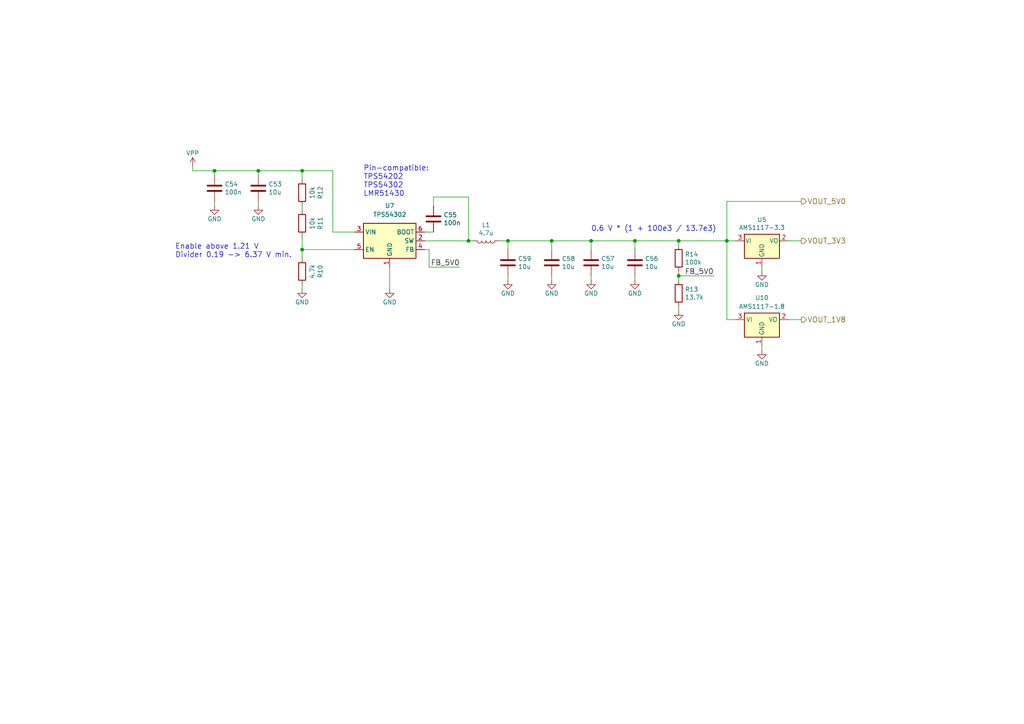
<source format=kicad_sch>
(kicad_sch (version 20231120) (generator "eeschema") (generator_version "8.0")
  (paper "A4")
  (title_block (title "blus mini mk2") (date "2024-04-05") (rev "a") (company "elagil"))
  (lib_symbols
    (symbol "Device:C" (pin_numbers hide) (pin_names (offset 0.254))
      (property "Reference" "C" (at 0.635 2.54 0))
      (property "Value" "C" (at 0.635 -2.54 0))
      (symbol "C_0_1"
        (polyline (pts (xy -2.032 -0.762) (xy 2.032 -0.762)) (stroke (width 0.508)))
        (polyline (pts (xy -2.032 0.762) (xy 2.032 0.762)) (stroke (width 0.508)))
      )
      (symbol "C_1_1"
        (pin passive line (at 0 3.81 270) (length 2.794) (name "~") (number "1"))
        (pin passive line (at 0 -3.81 90) (length 2.794) (name "~") (number "2"))
      )
    )
    (symbol "Device:L" (pin_numbers hide) (pin_names (offset 1.016) hide)
      (property "Reference" "L" (at -1.27 0 90))
      (property "Value" "L" (at 1.905 0 90))
      (symbol "L_0_1"
        (arc (start 0 -2.54) (mid 0.6323 -1.905) (end 0 -1.27))
        (arc (start 0 -1.27) (mid 0.6323 -0.635) (end 0 0))
        (arc (start 0 0) (mid 0.6323 0.635) (end 0 1.27))
        (arc (start 0 1.27) (mid 0.6323 1.905) (end 0 2.54))
      )
      (symbol "L_1_1"
        (pin passive line (at 0 3.81 270) (length 1.27) (name "1") (number "1"))
        (pin passive line (at 0 -3.81 90) (length 1.27) (name "2") (number "2"))
      )
    )
    (symbol "Device:R" (pin_numbers hide) (pin_names (offset 0))
      (property "Reference" "R" (at 2.032 0 90))
      (property "Value" "R" (at 0 0 90))
      (symbol "R_0_1"
        (rectangle (start -1.016 -2.54) (end 1.016 2.54) (stroke (width 0.254)))
      )
      (symbol "R_1_1"
        (pin passive line (at 0 3.81 270) (length 1.27) (name "~") (number "1"))
        (pin passive line (at 0 -3.81 90) (length 1.27) (name "~") (number "2"))
      )
    )
    (symbol "Regulator_Linear:AMS1117-1.8"
      (property "Reference" "U" (at -3.81 3.175 0))
      (property "Value" "AMS1117-1.8" (at 0 3.175 0))
      (symbol "AMS1117-1.8_0_1"
        (rectangle (start -5.08 -5.08) (end 5.08 1.905) (stroke (width 0.254)) (fill (type background)))
      )
      (symbol "AMS1117-1.8_1_1"
        (pin power_in line (at 0 -7.62 90) (length 2.54) (name "GND") (number "1"))
        (pin power_out line (at 7.62 0 180) (length 2.54) (name "VO") (number "2"))
        (pin power_in line (at -7.62 0 0) (length 2.54) (name "VI") (number "3"))
      )
    )
    (symbol "Regulator_Linear:AMS1117-3.3" (pin_names (offset 0.254))
      (property "Reference" "U" (at -3.81 3.175 0))
      (property "Value" "AMS1117-3.3" (at 0 3.175 0))
      (symbol "AMS1117-3.3_0_1"
        (rectangle (start -5.08 -5.08) (end 5.08 1.905) (stroke (width 0.254)) (fill (type background)))
      )
      (symbol "AMS1117-3.3_1_1"
        (pin power_in line (at 0 -7.62 90) (length 2.54) (name "GND") (number "1"))
        (pin power_out line (at 7.62 0 180) (length 2.54) (name "VO") (number "2"))
        (pin power_in line (at -7.62 0 0) (length 2.54) (name "VI") (number "3"))
      )
    )
    (symbol "Regulator_Switching:TPS54302"
      (property "Reference" "U" (at -7.62 6.35 0))
      (property "Value" "TPS54302" (at 0 6.35 0))
      (symbol "TPS54302_0_1"
        (rectangle (start -7.62 5.08) (end 7.62 -5.08) (stroke (width 0.254)) (fill (type background)))
      )
      (symbol "TPS54302_1_1"
        (pin power_in line (at 0 -7.62 90) (length 2.54) (name "GND") (number "1"))
        (pin power_out line (at 10.16 0 180) (length 2.54) (name "SW") (number "2"))
        (pin power_in line (at -10.16 2.54 0) (length 2.54) (name "VIN") (number "3"))
        (pin input line (at 10.16 -2.54 180) (length 2.54) (name "FB") (number "4"))
        (pin input line (at -10.16 -2.54 0) (length 2.54) (name "EN") (number "5"))
        (pin passive line (at 10.16 2.54 180) (length 2.54) (name "BOOT") (number "6"))
      )
    )
    (symbol "power:GND" (power) (pin_names (offset 0))
      (property "Value" "GND" (at 0 -3.81 0))
      (symbol "GND_0_1"
        (polyline (pts (xy 0 0) (xy 0 -1.27) (xy 1.27 -1.27) (xy 0 -2.54) (xy -1.27 -1.27) (xy 0 -1.27)))
      )
      (symbol "GND_1_1"
        (pin power_in line (at 0 0 270) (length 0) hide (name "GND") (number "1"))
      )
    )
    (symbol "power:VPP" (power) (pin_names (offset 0))
      (property "Value" "VPP" (at 0 3.81 0))
      (symbol "VPP_0_1"
        (polyline (pts (xy -0.762 1.27) (xy 0 2.54)))
        (polyline (pts (xy 0 0) (xy 0 2.54)))
        (polyline (pts (xy 0 2.54) (xy 0.762 1.27)))
      )
      (symbol "VPP_1_1"
        (pin power_in line (at 0 0 90) (length 0) hide (name "VPP") (number "1"))
      )
    )
  )
  (junction (at 74.93 49.53))
  (junction (at 184.15 69.85))
  (junction (at 171.45 69.85))
  (junction (at 135.89 69.85))
  (junction (at 210.82 69.85))
  (junction (at 147.32 69.85))
  (junction (at 196.85 69.85))
  (junction (at 160.02 69.85))
  (junction (at 87.63 72.39))
  (junction (at 196.85 80.01))
  (junction (at 87.63 49.53))
  (junction (at 62.23 49.53))
  (wire (pts (xy 123.19 72.39) (xy 124.46 72.39)))
  (wire (pts (xy 135.89 57.15) (xy 135.89 69.85)))
  (wire (pts (xy 125.73 57.15) (xy 135.89 57.15)))
  (wire (pts (xy 55.88 48.26) (xy 55.88 49.53)))
  (wire (pts (xy 196.85 88.9) (xy 196.85 90.17)))
  (wire (pts (xy 87.63 72.39) (xy 102.87 72.39)))
  (wire (pts (xy 144.78 69.85) (xy 147.32 69.85)))
  (wire (pts (xy 171.45 80.01) (xy 171.45 81.28)))
  (wire (pts (xy 123.19 69.85) (xy 135.89 69.85)))
  (wire (pts (xy 123.19 67.31) (xy 125.73 67.31)))
  (wire (pts (xy 210.82 92.71) (xy 213.36 92.71)))
  (wire (pts (xy 210.82 69.85) (xy 210.82 92.71)))
  (wire (pts (xy 62.23 49.53) (xy 74.93 49.53)))
  (wire (pts (xy 184.15 69.85) (xy 196.85 69.85)))
  (wire (pts (xy 87.63 82.55) (xy 87.63 83.82)))
  (wire (pts (xy 135.89 69.85) (xy 137.16 69.85)))
  (wire (pts (xy 147.32 80.01) (xy 147.32 81.28)))
  (wire (pts (xy 228.6 92.71) (xy 232.41 92.71)))
  (wire (pts (xy 87.63 59.69) (xy 87.63 60.96)))
  (wire (pts (xy 87.63 72.39) (xy 87.63 74.93)))
  (wire (pts (xy 210.82 58.42) (xy 210.82 69.85)))
  (wire (pts (xy 160.02 69.85) (xy 171.45 69.85)))
  (wire (pts (xy 74.93 49.53) (xy 87.63 49.53)))
  (wire (pts (xy 74.93 50.8) (xy 74.93 49.53)))
  (wire (pts (xy 184.15 69.85) (xy 184.15 72.39)))
  (wire (pts (xy 196.85 80.01) (xy 207.01 80.01)))
  (wire (pts (xy 196.85 80.01) (xy 196.85 81.28)))
  (wire (pts (xy 96.52 67.31) (xy 96.52 49.53)))
  (wire (pts (xy 113.03 83.82) (xy 113.03 77.47)))
  (wire (pts (xy 184.15 80.01) (xy 184.15 81.28)))
  (wire (pts (xy 74.93 58.42) (xy 74.93 59.69)))
  (wire (pts (xy 213.36 69.85) (xy 210.82 69.85)))
  (wire (pts (xy 160.02 69.85) (xy 160.02 72.39)))
  (wire (pts (xy 55.88 49.53) (xy 62.23 49.53)))
  (wire (pts (xy 228.6 69.85) (xy 232.41 69.85)))
  (wire (pts (xy 147.32 69.85) (xy 147.32 72.39)))
  (wire (pts (xy 87.63 49.53) (xy 87.63 52.07)))
  (wire (pts (xy 102.87 67.31) (xy 96.52 67.31)))
  (wire (pts (xy 220.98 100.33) (xy 220.98 101.6)))
  (wire (pts (xy 124.46 77.47) (xy 133.35 77.47)))
  (wire (pts (xy 160.02 80.01) (xy 160.02 81.28)))
  (wire (pts (xy 171.45 69.85) (xy 184.15 69.85)))
  (wire (pts (xy 147.32 69.85) (xy 160.02 69.85)))
  (wire (pts (xy 124.46 72.39) (xy 124.46 77.47)))
  (wire (pts (xy 171.45 69.85) (xy 171.45 72.39)))
  (wire (pts (xy 232.41 58.42) (xy 210.82 58.42)))
  (wire (pts (xy 125.73 59.69) (xy 125.73 57.15)))
  (wire (pts (xy 196.85 69.85) (xy 196.85 71.12)))
  (wire (pts (xy 62.23 50.8) (xy 62.23 49.53)))
  (wire (pts (xy 62.23 58.42) (xy 62.23 59.69)))
  (wire (pts (xy 196.85 69.85) (xy 210.82 69.85)))
  (wire (pts (xy 196.85 78.74) (xy 196.85 80.01)))
  (wire (pts (xy 220.98 77.47) (xy 220.98 78.74)))
  (wire (pts (xy 87.63 68.58) (xy 87.63 72.39)))
  (wire (pts (xy 87.63 49.53) (xy 96.52 49.53)))
  (text "0.6 V * (1 + 100e3 / 13.7e3)" (at 171.45 67.31 0) (effects (font (size 1.524 1.524)) (justify left bottom)))
  (text "Pin-compatible:\nTPS54202\nTPS54302\nLMR51430" (at 105.41 57.15 0) (effects (font (size 1.524 1.524)) (justify left bottom)))
  (text "Enable above 1.21 V\nDivider 0.19 -> 6.37 V min." (at 50.8 74.93 0) (effects (font (size 1.524 1.524)) (justify left bottom)))
  (label "FB_5V0" (at 207.01 80.01 180) (effects (font (size 1.524 1.524))))
  (label "FB_5V0" (at 133.35 77.47 180) (effects (font (size 1.524 1.524))))
  (hierarchical_label "VOUT_1V8" (shape output) (at 232.41 92.71 0) (effects (font (size 1.524 1.524))))
  (hierarchical_label "VOUT_3V3" (shape output) (at 232.41 69.85 0) (effects (font (size 1.524 1.524))))
  (hierarchical_label "VOUT_5V0" (shape output) (at 232.41 58.42 0) (effects (font (size 1.524 1.524))))
  (symbol (lib_id "power:GND") (at 160.02 81.28 0) (unit 1)
    (property "Reference" "#PWR0118" (effects (hide yes)))
    (property "Value" "GND" (at 160.02 85.09 0))
  )
  (symbol (lib_id "Device:L") (at 140.97 69.85 270) (unit 1)
    (property "Reference" "L1" (at 140.97 65.2526 90))
    (property "Value" "4.7u" (at 140.97 67.564 90))
    (property "Footprint" "Inductor_SMD:L_Abracon_ASPI-0630LR" (effects (hide yes)))
    (property "Mfr.Nr." "DK" (effects (hide yes)))
  )
  (symbol (lib_id "power:GND") (at 62.23 59.69 0) (unit 1)
    (property "Reference" "#PWR0113" (effects (hide yes)))
    (property "Value" "GND" (at 62.23 63.5 0))
  )
  (symbol (lib_id "Device:R") (at 196.85 85.09 0) (unit 1)
    (property "Reference" "R13" (at 198.628 83.9216 0) (effects (justify left)))
    (property "Value" "13.7k" (at 198.628 86.233 0) (effects (justify left)))
    (property "Footprint" "Resistor_SMD:R_0402_1005Metric" (effects (hide yes)))
    (property "Mfr.Nr." "DK" (effects (hide yes)))
  )
  (symbol (lib_id "Device:C") (at 147.32 76.2 0) (unit 1)
    (property "Reference" "C59" (at 150.241 75.0316 0) (effects (justify left)))
    (property "Value" "10u" (at 150.241 77.343 0) (effects (justify left)))
    (property "Footprint" "Capacitor_SMD:C_1206_3216Metric" (effects (hide yes)))
    (property "MPN" "C13585" (effects (hide yes)))
  )
  (symbol (lib_id "Device:C") (at 160.02 76.2 0) (unit 1)
    (property "Reference" "C58" (at 162.941 75.0316 0) (effects (justify left)))
    (property "Value" "10u" (at 162.941 77.343 0) (effects (justify left)))
    (property "Footprint" "Capacitor_SMD:C_1206_3216Metric" (effects (hide yes)))
    (property "MPN" "C13585" (effects (hide yes)))
  )
  (symbol (lib_id "Device:C") (at 125.73 63.5 0) (unit 1)
    (property "Reference" "C55" (at 128.651 62.3316 0) (effects (justify left)))
    (property "Value" "100n" (at 128.651 64.643 0) (effects (justify left)))
    (property "Footprint" "Capacitor_SMD:C_0402_1005Metric" (effects (hide yes)))
    (property "MPN" "C307331" (effects (hide yes)))
  )
  (symbol (lib_id "power:VPP") (at 55.88 48.26 0) (unit 1)
    (property "Reference" "#PWR0112" (effects (hide yes)))
    (property "Value" "VPP" (at 55.88 44.45 0))
  )
  (symbol (lib_id "Regulator_Linear:AMS1117-1.8") (at 220.98 92.71 0) (unit 1)
    (property "Reference" "U10" (at 220.98 86.36 0))
    (property "Value" "AMS1117-1.8" (at 220.98 88.9 0))
    (property "Footprint" "Package_TO_SOT_SMD:SOT-223-3_TabPin2" (effects (hide yes)))
    (property "Datasheet" "http://www.advanced-monolithic.com/pdf/ds1117.pdf" (effects (hide yes)))
    (property "Description" "1A Low Dropout regulator, positive, 1.8V fixed output, SOT-223" (effects (hide yes)))
  )
  (symbol (lib_id "Device:C") (at 62.23 54.61 0) (unit 1)
    (property "Reference" "C54" (at 65.151 53.4416 0) (effects (justify left)))
    (property "Value" "100n" (at 65.151 55.753 0) (effects (justify left)))
    (property "Footprint" "Capacitor_SMD:C_0402_1005Metric" (effects (hide yes)))
    (property "MPN" "C307331" (effects (hide yes)))
  )
  (symbol (lib_id "Regulator_Switching:TPS54302") (at 113.03 69.85 0) (unit 1)
    (property "Reference" "U7" (at 113.03 59.69 0))
    (property "Value" "TPS54302" (at 113.03 62.23 0))
    (property "Footprint" "Package_TO_SOT_SMD:SOT-23-6" (effects (hide yes)))
    (property "Datasheet" "http://www.ti.com/lit/ds/symlink/tps54302.pdf" (effects (hide yes)))
    (property "Mfr.Nr." "M/DK" (effects (hide yes)))
    (property "JLCPCB Rotation Offset" "180" (effects (hide yes)))
  )
  (symbol (lib_id "Device:C") (at 171.45 76.2 0) (unit 1)
    (property "Reference" "C57" (at 174.371 75.0316 0) (effects (justify left)))
    (property "Value" "10u" (at 174.371 77.343 0) (effects (justify left)))
    (property "Footprint" "Capacitor_SMD:C_1206_3216Metric" (effects (hide yes)))
    (property "MPN" "C13585" (effects (hide yes)))
  )
  (symbol (lib_id "power:GND") (at 184.15 81.28 0) (unit 1)
    (property "Reference" "#PWR0120" (effects (hide yes)))
    (property "Value" "GND" (at 184.15 85.09 0))
  )
  (symbol (lib_id "power:GND") (at 171.45 81.28 0) (unit 1)
    (property "Reference" "#PWR0119" (effects (hide yes)))
    (property "Value" "GND" (at 171.45 85.09 0))
  )
  (symbol (lib_id "power:GND") (at 220.98 101.6 0) (unit 1)
    (property "Reference" "#PWR06" (effects (hide yes)))
    (property "Value" "GND" (at 220.98 105.41 0))
  )
  (symbol (lib_id "Device:R") (at 196.85 74.93 0) (unit 1)
    (property "Reference" "R14" (at 198.628 73.7616 0) (effects (justify left)))
    (property "Value" "100k" (at 198.628 76.073 0) (effects (justify left)))
    (property "Footprint" "Resistor_SMD:R_0402_1005Metric" (effects (hide yes)))
    (property "MPN" "C25741" (effects (hide yes)))
  )
  (symbol (lib_id "Regulator_Linear:AMS1117-3.3") (at 220.98 69.85 0) (unit 1)
    (property "Reference" "U5" (at 220.98 63.7032 0))
    (property "Value" "AMS1117-3.3" (at 220.98 66.0146 0))
    (property "Footprint" "Package_TO_SOT_SMD:SOT-223-3_TabPin2" (effects (hide yes)))
    (property "Datasheet" "http://www.advanced-monolithic.com/pdf/ds1117.pdf" (effects (hide yes)))
    (property "MPN" "C6186" (effects (hide yes)))
    (property "JLCPCB Rotation Offset" "180" (effects (hide yes)))
  )
  (symbol (lib_id "Device:R") (at 87.63 55.88 180) (unit 1)
    (property "Reference" "R12" (at 92.8878 55.88 90))
    (property "Value" "10k" (at 90.5764 55.88 90))
    (property "Footprint" "Resistor_SMD:R_0402_1005Metric" (effects (hide yes)))
    (property "MPN" "C25744" (effects (hide yes)))
  )
  (symbol (lib_id "Device:C") (at 184.15 76.2 0) (unit 1)
    (property "Reference" "C56" (at 187.071 75.0316 0) (effects (justify left)))
    (property "Value" "10u" (at 187.071 77.343 0) (effects (justify left)))
    (property "Footprint" "Capacitor_SMD:C_1206_3216Metric" (effects (hide yes)))
    (property "MPN" "C13585" (effects (hide yes)))
  )
  (symbol (lib_id "power:GND") (at 147.32 81.28 0) (unit 1)
    (property "Reference" "#PWR0117" (effects (hide yes)))
    (property "Value" "GND" (at 147.32 85.09 0))
  )
  (symbol (lib_id "power:GND") (at 74.93 59.69 0) (unit 1)
    (property "Reference" "#PWR0114" (effects (hide yes)))
    (property "Value" "GND" (at 74.93 63.5 0))
  )
  (symbol (lib_id "Device:R") (at 87.63 64.77 180) (unit 1)
    (property "Reference" "R11" (at 92.8878 64.77 90))
    (property "Value" "10k" (at 90.5764 64.77 90))
    (property "Footprint" "Resistor_SMD:R_0402_1005Metric" (effects (hide yes)))
    (property "MPN" "C25744" (effects (hide yes)))
  )
  (symbol (lib_id "Device:C") (at 74.93 54.61 0) (unit 1)
    (property "Reference" "C53" (at 77.851 53.4416 0) (effects (justify left)))
    (property "Value" "10u" (at 77.851 55.753 0) (effects (justify left)))
    (property "Footprint" "Capacitor_SMD:C_1206_3216Metric" (effects (hide yes)))
    (property "MPN" "C13585" (effects (hide yes)))
  )
  (symbol (lib_id "power:GND") (at 220.98 78.74 0) (unit 1)
    (property "Reference" "#PWR0122" (effects (hide yes)))
    (property "Value" "GND" (at 220.98 82.55 0))
  )
  (symbol (lib_id "power:GND") (at 87.63 83.82 0) (unit 1)
    (property "Reference" "#PWR0115" (effects (hide yes)))
    (property "Value" "GND" (at 87.63 87.63 0))
  )
  (symbol (lib_id "power:GND") (at 196.85 90.17 0) (unit 1)
    (property "Reference" "#PWR0121" (effects (hide yes)))
    (property "Value" "GND" (at 196.85 93.98 0))
  )
  (symbol (lib_id "Device:R") (at 87.63 78.74 180) (unit 1)
    (property "Reference" "R10" (at 92.8878 78.74 90))
    (property "Value" "4.7k" (at 90.5764 78.74 90))
    (property "Footprint" "Resistor_SMD:R_0402_1005Metric" (effects (hide yes)))
    (property "MPN" "C25900" (effects (hide yes)))
  )
  (symbol (lib_id "power:GND") (at 113.03 83.82 0) (unit 1)
    (property "Reference" "#PWR0116" (effects (hide yes)))
    (property "Value" "GND" (at 113.03 87.63 0))
  )
)
</source>
